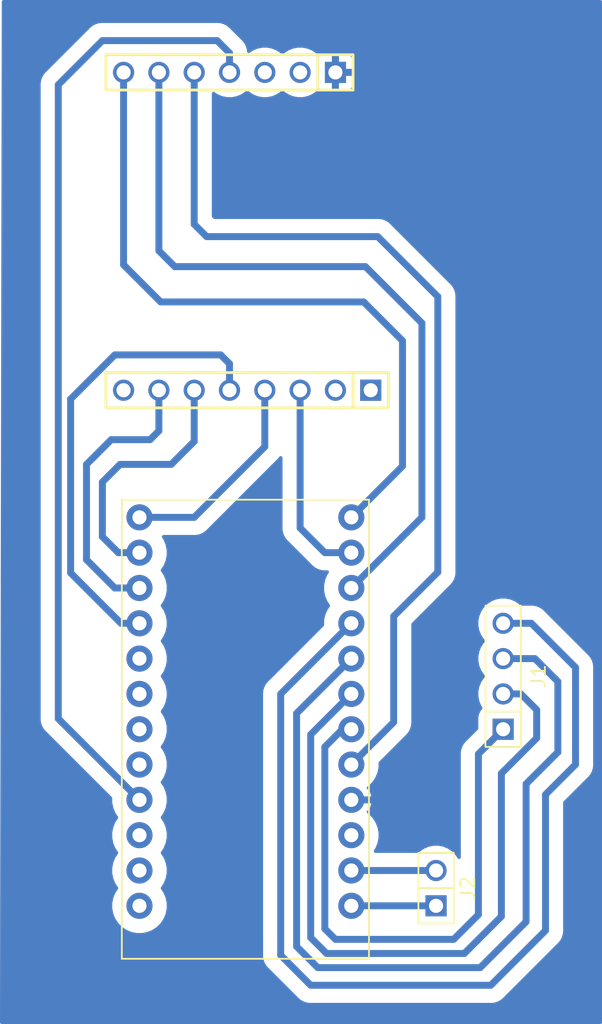
<source format=kicad_pcb>
(kicad_pcb (version 20171130) (host pcbnew "(5.1.9)-1")

  (general
    (thickness 1.6)
    (drawings 0)
    (tracks 103)
    (zones 0)
    (modules 5)
    (nets 33)
  )

  (page A4)
  (layers
    (0 F.Cu signal hide)
    (31 B.Cu signal)
    (32 B.Adhes user hide)
    (33 F.Adhes user hide)
    (34 B.Paste user hide)
    (35 F.Paste user hide)
    (36 B.SilkS user hide)
    (37 F.SilkS user)
    (38 B.Mask user hide)
    (39 F.Mask user hide)
    (40 Dwgs.User user hide)
    (41 Cmts.User user hide)
    (42 Eco1.User user hide)
    (43 Eco2.User user hide)
    (44 Edge.Cuts user hide)
    (45 Margin user hide)
    (46 B.CrtYd user hide)
    (47 F.CrtYd user)
    (48 B.Fab user hide)
    (49 F.Fab user hide)
  )

  (setup
    (last_trace_width 0.5)
    (user_trace_width 0.5)
    (trace_clearance 0.2)
    (zone_clearance 1.016)
    (zone_45_only no)
    (trace_min 0.2)
    (via_size 0.8)
    (via_drill 0.4)
    (via_min_size 0.4)
    (via_min_drill 0.3)
    (uvia_size 0.3)
    (uvia_drill 0.1)
    (uvias_allowed no)
    (uvia_min_size 0.2)
    (uvia_min_drill 0.1)
    (edge_width 0.05)
    (segment_width 0.2)
    (pcb_text_width 0.3)
    (pcb_text_size 1.5 1.5)
    (mod_edge_width 0.12)
    (mod_text_size 1 1)
    (mod_text_width 0.15)
    (pad_size 1.8796 1.8796)
    (pad_drill 1.016)
    (pad_to_mask_clearance 0)
    (aux_axis_origin 0 0)
    (visible_elements 7FFFFFFF)
    (pcbplotparams
      (layerselection 0x010fc_ffffffff)
      (usegerberextensions false)
      (usegerberattributes true)
      (usegerberadvancedattributes true)
      (creategerberjobfile true)
      (excludeedgelayer true)
      (linewidth 0.100000)
      (plotframeref false)
      (viasonmask false)
      (mode 1)
      (useauxorigin false)
      (hpglpennumber 1)
      (hpglpenspeed 20)
      (hpglpendiameter 15.000000)
      (psnegative false)
      (psa4output false)
      (plotreference true)
      (plotvalue true)
      (plotinvisibletext false)
      (padsonsilk false)
      (subtractmaskfromsilk false)
      (outputformat 1)
      (mirror false)
      (drillshape 1)
      (scaleselection 1)
      (outputdirectory ""))
  )

  (net 0 "")
  (net 1 "Net-(U1-PadJP7_10)")
  (net 2 /DIO0)
  (net 3 /DIO1)
  (net 4 /RST)
  (net 5 /DIO2)
  (net 6 /NSS)
  (net 7 /MOSI)
  (net 8 /MISO)
  (net 9 /SCK)
  (net 10 "Net-(U1-PadJP6_8)")
  (net 11 "Net-(U1-PadJP6_7)")
  (net 12 "Net-(U1-PadJP6_6)")
  (net 13 "Net-(U1-PadJP6_5)")
  (net 14 /3V3)
  (net 15 "Net-(U1-PadJP6_3)")
  (net 16 "Net-(U1-PadJP6_1)")
  (net 17 "Net-(U1-PadJP3_1)")
  (net 18 "Net-(U1-PadJP3_2)")
  (net 19 "Net-(U1-PadJP2_2)")
  (net 20 "Net-(U1-PadJP2_1)")
  (net 21 "Net-(U1-PadJP1_4)")
  (net 22 "Net-(U1-PadJP1_3)")
  (net 23 "Net-(U1-PadJP1_2)")
  (net 24 "Net-(U1-PadJP1_1)")
  (net 25 "Net-(J1-Pad4)")
  (net 26 "Net-(J1-Pad3)")
  (net 27 "Net-(J1-Pad2)")
  (net 28 "Net-(J1-Pad1)")
  (net 29 "Net-(J2-Pad2)")
  (net 30 "Net-(J2-Pad1)")
  (net 31 /GND)
  (net 32 "Net-(U1-PadJP1_5)")

  (net_class Default "This is the default net class."
    (clearance 0.2)
    (trace_width 0.25)
    (via_dia 0.8)
    (via_drill 0.4)
    (uvia_dia 0.3)
    (uvia_drill 0.1)
    (add_net /3V3)
    (add_net /DIO0)
    (add_net /DIO1)
    (add_net /DIO2)
    (add_net /GND)
    (add_net /MISO)
    (add_net /MOSI)
    (add_net /NSS)
    (add_net /RST)
    (add_net /SCK)
    (add_net "Net-(J1-Pad1)")
    (add_net "Net-(J1-Pad2)")
    (add_net "Net-(J1-Pad3)")
    (add_net "Net-(J1-Pad4)")
    (add_net "Net-(J2-Pad1)")
    (add_net "Net-(J2-Pad2)")
    (add_net "Net-(U1-PadJP1_1)")
    (add_net "Net-(U1-PadJP1_2)")
    (add_net "Net-(U1-PadJP1_3)")
    (add_net "Net-(U1-PadJP1_4)")
    (add_net "Net-(U1-PadJP1_5)")
    (add_net "Net-(U1-PadJP2_1)")
    (add_net "Net-(U1-PadJP2_2)")
    (add_net "Net-(U1-PadJP3_1)")
    (add_net "Net-(U1-PadJP3_2)")
    (add_net "Net-(U1-PadJP6_1)")
    (add_net "Net-(U1-PadJP6_3)")
    (add_net "Net-(U1-PadJP6_5)")
    (add_net "Net-(U1-PadJP6_6)")
    (add_net "Net-(U1-PadJP6_7)")
    (add_net "Net-(U1-PadJP6_8)")
    (add_net "Net-(U1-PadJP7_10)")
  )

  (module Header:HEADER_M_2.54MM_1R8P_ST_AU_PTH (layer F.Cu) (tedit 602521C4) (tstamp 60248205)
    (at 143.891 80.137 180)
    (tags Header)
    (path /6024B676)
    (fp_text reference P2 (at 0 2.286) (layer F.SilkS) hide
      (effects (font (size 1.016 1.016) (thickness 0.127)))
    )
    (fp_text value H2 (at 0 -2.159) (layer F.SilkS) hide
      (effects (font (size 1.016 1.016) (thickness 0.127)))
    )
    (fp_line (start -7.62 -1.27) (end -7.62 1.27) (layer F.SilkS) (width 0.2032))
    (fp_line (start -10.16 1.27) (end -10.16 -1.27) (layer F.SilkS) (width 0.2032))
    (fp_line (start -10.16 -1.27) (end -7.62 -1.27) (layer F.SilkS) (width 0.2032))
    (fp_line (start -10.16 1.27) (end -7.62 1.27) (layer F.SilkS) (width 0.2032))
    (fp_line (start -7.62 1.27) (end -5.08 1.27) (layer F.SilkS) (width 0.2032))
    (fp_line (start -7.62 -1.27) (end -5.08 -1.27) (layer F.SilkS) (width 0.2032))
    (fp_line (start 10.16 -1.27) (end 10.16 1.27) (layer F.SilkS) (width 0.2032))
    (fp_line (start -5.08 -1.27) (end -2.54 -1.27) (layer F.SilkS) (width 0.2032))
    (fp_line (start -5.08 1.27) (end -2.54 1.27) (layer F.SilkS) (width 0.2032))
    (fp_line (start -2.54 1.27) (end 0 1.27) (layer F.SilkS) (width 0.2032))
    (fp_line (start -2.54 -1.27) (end 0 -1.27) (layer F.SilkS) (width 0.2032))
    (fp_line (start 0 -1.27) (end 5.08 -1.27) (layer F.SilkS) (width 0.2032))
    (fp_line (start 0 1.27) (end 5.08 1.27) (layer F.SilkS) (width 0.2032))
    (fp_line (start 5.08 -1.27) (end 10.16 -1.27) (layer F.SilkS) (width 0.2032))
    (fp_line (start 5.08 1.27) (end 10.16 1.27) (layer F.SilkS) (width 0.2032))
    (pad 5 thru_hole circle (at 1.27 0 180) (size 1.524 1.524) (drill 1.016) (layers *.Cu *.Mask)
      (net 9 /SCK))
    (pad 8 thru_hole circle (at 8.89 0 180) (size 1.524 1.524) (drill 1.016) (layers *.Cu *.Mask))
    (pad 7 thru_hole circle (at 6.35 0 180) (size 1.524 1.524) (drill 1.016) (layers *.Cu *.Mask)
      (net 8 /MISO))
    (pad 1 thru_hole rect (at -8.89 0 180) (size 1.524 1.524) (drill 1.016) (layers *.Cu *.Mask))
    (pad 2 thru_hole circle (at -6.35 0 180) (size 1.524 1.524) (drill 1.016) (layers *.Cu *.Mask))
    (pad 3 thru_hole circle (at -3.81 0 180) (size 1.524 1.524) (drill 1.016) (layers *.Cu *.Mask)
      (net 4 /RST))
    (pad 4 thru_hole circle (at -1.27 0 180) (size 1.524 1.524) (drill 1.016) (layers *.Cu *.Mask)
      (net 6 /NSS))
    (pad 6 thru_hole circle (at 3.81 0 180) (size 1.524 1.524) (drill 1.016) (layers *.Cu *.Mask)
      (net 7 /MOSI))
    (model C:/Engineering/KiCAD_Libraries/3D/Headers/VRML/HEADER_M_2.54MM_1R8P_ST_AU_PTH.wrl
      (at (xyz 0 0 0))
      (scale (xyz 1 1 1))
      (rotate (xyz 0 0 0))
    )
  )

  (module Header:HEADER_M_2.54MM_1R7P_ST_AU_PTH (layer F.Cu) (tedit 60251F90) (tstamp 602481F2)
    (at 142.621 57.277 180)
    (tags Header)
    (path /60249194)
    (fp_text reference P1 (at 0 2.54) (layer F.SilkS) hide
      (effects (font (size 1.016 1.016) (thickness 0.127)))
    )
    (fp_text value H1 (at 0 -2.54) (layer F.SilkS) hide
      (effects (font (size 1.016 1.016) (thickness 0.127)))
    )
    (fp_line (start -1.27 -1.27) (end -8.89 -1.27) (layer F.SilkS) (width 0.2032))
    (fp_line (start 8.89 1.27) (end 8.89 -1.27) (layer F.SilkS) (width 0.2032))
    (fp_line (start -8.89 1.27) (end -1.27 1.27) (layer F.SilkS) (width 0.2032))
    (fp_line (start -8.89 -1.27) (end -8.89 1.27) (layer F.SilkS) (width 0.2032))
    (fp_line (start -6.35 -1.27) (end -6.35 1.27) (layer F.SilkS) (width 0.2032))
    (fp_line (start -1.27 -1.27) (end 3.81 -1.27) (layer F.SilkS) (width 0.2032))
    (fp_line (start -1.27 1.27) (end 3.81 1.27) (layer F.SilkS) (width 0.2032))
    (fp_line (start 3.81 -1.27) (end 8.89 -1.27) (layer F.SilkS) (width 0.2032))
    (fp_line (start 3.81 1.27) (end 8.89 1.27) (layer F.SilkS) (width 0.2032))
    (pad 1 thru_hole rect (at -7.62 0 180) (size 1.524 1.524) (drill 1.016) (layers *.Cu *.Mask)
      (net 31 /GND))
    (pad 2 thru_hole circle (at -5.08 0 180) (size 1.524 1.524) (drill 1.016) (layers *.Cu *.Mask))
    (pad 3 thru_hole circle (at -2.54 0 180) (size 1.524 1.524) (drill 1.016) (layers *.Cu *.Mask))
    (pad 5 thru_hole circle (at 2.54 0 180) (size 1.524 1.524) (drill 1.016) (layers *.Cu *.Mask)
      (net 2 /DIO0))
    (pad 4 thru_hole circle (at 0 0 180) (size 1.524 1.524) (drill 1.016) (layers *.Cu *.Mask)
      (net 14 /3V3))
    (pad 6 thru_hole circle (at 5.08 0 180) (size 1.524 1.524) (drill 1.016) (layers *.Cu *.Mask)
      (net 3 /DIO1))
    (pad 7 thru_hole circle (at 7.62 0 180) (size 1.524 1.524) (drill 1.016) (layers *.Cu *.Mask)
      (net 5 /DIO2))
    (model C:/Engineering/KiCAD_Libraries/3D/Headers/VRML/HEADER_M_2.54MM_1R7P_ST_AU_PTH.wrl
      (at (xyz 0 0 0))
      (scale (xyz 1 1 1))
      (rotate (xyz 0 0 0))
    )
  )

  (module ARDUINO_PRO_MINI:MODULE_ARDUINO_PRO_MINI (layer F.Cu) (tedit 602521D7) (tstamp 602544D7)
    (at 143.764 104.521 180)
    (path /60247FED)
    (fp_text reference U1 (at -5.825 -17.635) (layer F.SilkS) hide
      (effects (font (size 1 1) (thickness 0.015)))
    )
    (fp_text value ARDUINO_PRO_MINI (at 5.605 17.865) (layer F.Fab) hide
      (effects (font (size 1 1) (thickness 0.015)))
    )
    (fp_line (start -8.89 -16.51) (end -8.89 16.51) (layer F.SilkS) (width 0.127))
    (fp_line (start -8.89 16.51) (end 8.89 16.51) (layer F.SilkS) (width 0.127))
    (fp_line (start 8.89 16.51) (end 8.89 -16.51) (layer F.SilkS) (width 0.127))
    (fp_line (start 8.89 -16.51) (end -8.89 -16.51) (layer F.SilkS) (width 0.127))
    (fp_line (start -8.89 -16.51) (end -8.89 16.51) (layer F.Fab) (width 0.127))
    (fp_line (start -8.89 16.51) (end 8.89 16.51) (layer F.Fab) (width 0.127))
    (fp_line (start 8.89 16.51) (end 8.89 -16.51) (layer F.Fab) (width 0.127))
    (fp_line (start 8.89 -16.51) (end -8.89 -16.51) (layer F.Fab) (width 0.127))
    (fp_line (start -9.14 -16.76) (end 9.14 -16.76) (layer F.CrtYd) (width 0.05))
    (fp_line (start 9.14 -16.76) (end 9.14 16.76) (layer F.CrtYd) (width 0.05))
    (fp_line (start 9.14 16.76) (end -9.14 16.76) (layer F.CrtYd) (width 0.05))
    (fp_line (start -9.14 16.76) (end -9.14 -16.76) (layer F.CrtYd) (width 0.05))
    (pad JP1_1 connect circle (at 6.35 -15.24 180) (size 1.8796 1.8796) (layers F.Mask)
      (net 24 "Net-(U1-PadJP1_1)"))
    (pad JP1_2 connect circle (at 3.81 -15.24 180) (size 1.8796 1.8796) (layers F.Mask)
      (net 23 "Net-(U1-PadJP1_2)"))
    (pad JP1_3 connect circle (at 1.27 -15.24 180) (size 1.8796 1.8796) (layers F.Mask)
      (net 22 "Net-(U1-PadJP1_3)"))
    (pad JP1_4 connect circle (at -1.27 -15.24 180) (size 1.8796 1.8796) (layers F.Mask)
      (net 21 "Net-(U1-PadJP1_4)"))
    (pad JP1_5 connect circle (at -3.81 -15.24 180) (size 1.8796 1.8796) (layers F.Mask)
      (net 32 "Net-(U1-PadJP1_5)"))
    (pad JP1_6 connect circle (at -6.35 -15.24 180) (size 1.8796 1.8796) (layers F.Mask)
      (net 32 "Net-(U1-PadJP1_5)"))
    (pad JP2_1 connect circle (at 4.699 -1.397 180) (size 1.8796 1.8796) (layers F.Mask)
      (net 20 "Net-(U1-PadJP2_1)"))
    (pad JP2_2 connect circle (at 4.699 -3.937 180) (size 1.8796 1.8796) (layers F.Mask)
      (net 19 "Net-(U1-PadJP2_2)"))
    (pad JP3_2 connect circle (at 4.699 6.477 180) (size 1.8796 1.8796) (layers F.Mask)
      (net 18 "Net-(U1-PadJP3_2)"))
    (pad JP3_1 connect circle (at 4.699 9.017 180) (size 1.8796 1.8796) (layers F.Mask)
      (net 17 "Net-(U1-PadJP3_1)"))
    (pad JP6_1 thru_hole circle (at 7.62 -12.7 180) (size 1.8796 1.8796) (drill 1.016) (layers *.Cu *.Mask)
      (net 16 "Net-(U1-PadJP6_1)"))
    (pad JP6_2 thru_hole circle (at 7.62 -10.16 180) (size 1.8796 1.8796) (drill 1.016) (layers *.Cu *.Mask))
    (pad JP6_3 thru_hole circle (at 7.62 -7.62 180) (size 1.8796 1.8796) (drill 1.016) (layers *.Cu *.Mask)
      (net 15 "Net-(U1-PadJP6_3)"))
    (pad JP6_4 thru_hole circle (at 7.62 -5.08 180) (size 1.8796 1.8796) (drill 1.016) (layers *.Cu *.Mask)
      (net 14 /3V3))
    (pad JP6_5 thru_hole circle (at 7.62 -2.54 180) (size 1.8796 1.8796) (drill 1.016) (layers *.Cu *.Mask)
      (net 13 "Net-(U1-PadJP6_5)"))
    (pad JP6_6 thru_hole circle (at 7.62 0 180) (size 1.8796 1.8796) (drill 1.016) (layers *.Cu *.Mask)
      (net 12 "Net-(U1-PadJP6_6)"))
    (pad JP6_7 thru_hole circle (at 7.62 2.54 180) (size 1.8796 1.8796) (drill 1.016) (layers *.Cu *.Mask)
      (net 11 "Net-(U1-PadJP6_7)"))
    (pad JP6_8 thru_hole circle (at 7.62 5.08 180) (size 1.8796 1.8796) (drill 1.016) (layers *.Cu *.Mask)
      (net 10 "Net-(U1-PadJP6_8)"))
    (pad JP6_9 thru_hole circle (at 7.62 7.62 180) (size 1.8796 1.8796) (drill 1.016) (layers *.Cu *.Mask)
      (net 9 /SCK))
    (pad JP6_10 thru_hole circle (at 7.62 10.16 180) (size 1.8796 1.8796) (drill 1.016) (layers *.Cu *.Mask)
      (net 8 /MISO))
    (pad JP6_11 thru_hole circle (at 7.62 12.7 180) (size 1.8796 1.8796) (drill 1.016) (layers *.Cu *.Mask)
      (net 7 /MOSI))
    (pad JP6_12 thru_hole circle (at 7.62 15.24 180) (size 1.8796 1.8796) (drill 1.016) (layers *.Cu *.Mask)
      (net 6 /NSS))
    (pad JP7_1 thru_hole circle (at -7.62 15.24 180) (size 1.8796 1.8796) (drill 1.016) (layers *.Cu *.Mask)
      (net 5 /DIO2))
    (pad JP7_2 thru_hole circle (at -7.62 12.7 180) (size 1.8796 1.8796) (drill 1.016) (layers *.Cu *.Mask)
      (net 4 /RST))
    (pad JP7_3 thru_hole circle (at -7.62 10.16 180) (size 1.8796 1.8796) (drill 1.016) (layers *.Cu *.Mask)
      (net 3 /DIO1))
    (pad JP7_4 thru_hole circle (at -7.62 7.62 180) (size 1.8796 1.8796) (drill 1.016) (layers *.Cu *.Mask)
      (net 25 "Net-(J1-Pad4)"))
    (pad JP7_5 thru_hole circle (at -7.62 5.08 180) (size 1.8796 1.8796) (drill 1.016) (layers *.Cu *.Mask)
      (net 26 "Net-(J1-Pad3)"))
    (pad JP7_6 thru_hole circle (at -7.62 2.54 180) (size 1.8796 1.8796) (drill 1.016) (layers *.Cu *.Mask)
      (net 27 "Net-(J1-Pad2)"))
    (pad JP7_7 thru_hole circle (at -7.62 0 180) (size 1.8796 1.8796) (drill 1.016) (layers *.Cu *.Mask)
      (net 28 "Net-(J1-Pad1)"))
    (pad JP7_8 thru_hole circle (at -7.62 -2.54 180) (size 1.8796 1.8796) (drill 1.016) (layers *.Cu *.Mask)
      (net 2 /DIO0))
    (pad JP7_9 thru_hole circle (at -7.62 -5.08 180) (size 1.8796 1.8796) (drill 1.016) (layers *.Cu *.Mask)
      (net 31 /GND))
    (pad JP7_10 thru_hole circle (at -7.62 -7.62 180) (size 1.8796 1.8796) (drill 1.016) (layers *.Cu *.Mask)
      (net 1 "Net-(U1-PadJP7_10)"))
    (pad JP7_11 thru_hole circle (at -7.62 -10.16 180) (size 1.8796 1.8796) (drill 1.016) (layers *.Cu *.Mask)
      (net 29 "Net-(J2-Pad2)"))
    (pad JP7_12 thru_hole circle (at -7.62 -12.7 180) (size 1.8796 1.8796) (drill 1.016) (layers *.Cu *.Mask)
      (net 30 "Net-(J2-Pad1)"))
  )

  (module Header:HEADER_F_2.54MM_1R4P_ST_SN_PTH (layer F.Cu) (tedit 57CCAC95) (tstamp 60255F4C)
    (at 162.306 100.711 90)
    (tags Header)
    (path /60252358)
    (fp_text reference J1 (at 0 2.54 90) (layer F.SilkS)
      (effects (font (size 1.016 1.016) (thickness 0.127)))
    )
    (fp_text value H1 (at 0 -2.54 90) (layer F.Fab)
      (effects (font (size 1.016 1.016) (thickness 0.127)))
    )
    (fp_line (start -5.08 -1.27) (end 5.08 -1.27) (layer F.SilkS) (width 0.13))
    (fp_line (start -5.08 1.27) (end 5.08 1.27) (layer F.SilkS) (width 0.13))
    (fp_line (start 5.08 -1.27) (end 5.08 1.27) (layer F.SilkS) (width 0.127))
    (fp_line (start -2.54 1.27) (end -2.54 -1.27) (layer F.SilkS) (width 0.127))
    (fp_line (start -5.08 1.27) (end -5.08 -1.27) (layer F.SilkS) (width 0.127))
    (pad 4 thru_hole circle (at 3.81 0 90) (size 1.524 1.524) (drill 1.016) (layers *.Cu *.Mask)
      (net 25 "Net-(J1-Pad4)"))
    (pad 3 thru_hole circle (at 1.27 0 90) (size 1.524 1.524) (drill 1.016) (layers *.Cu *.Mask)
      (net 26 "Net-(J1-Pad3)"))
    (pad 2 thru_hole circle (at -1.27 0 90) (size 1.524 1.524) (drill 1.016) (layers *.Cu *.Mask)
      (net 27 "Net-(J1-Pad2)"))
    (pad 1 thru_hole rect (at -3.81 0 90) (size 1.524 1.524) (drill 1.016) (layers *.Cu *.Mask)
      (net 28 "Net-(J1-Pad1)"))
    (model C:/Engineering/KiCAD_Libraries/3D/Headers/VRML/HEADER_F_2.54MM_1R4P_ST_AU_PTH.wrl
      (at (xyz 0 0 0))
      (scale (xyz 1 1 1))
      (rotate (xyz 0 0 0))
    )
  )

  (module Header:HEADER_F_2.54MM_1R2P_ST_AU_PTH (layer F.Cu) (tedit 569A96B6) (tstamp 6025608B)
    (at 157.48 115.951 90)
    (tags Header)
    (path /602533F2)
    (fp_text reference J2 (at 0 2.286 90) (layer F.SilkS)
      (effects (font (size 1.016 1.016) (thickness 0.127)))
    )
    (fp_text value H2 (at 0 -2.159 90) (layer F.Fab) hide
      (effects (font (size 1.016 1.016) (thickness 0.127)))
    )
    (fp_line (start -2.54 -1.27) (end 2.54 -1.27) (layer F.SilkS) (width 0.127))
    (fp_line (start 2.54 -1.27) (end 2.54 1.27) (layer F.SilkS) (width 0.127))
    (fp_line (start 2.54 1.27) (end -2.54 1.27) (layer F.SilkS) (width 0.127))
    (fp_line (start 0 1.27) (end 0 -1.27) (layer F.SilkS) (width 0.127))
    (fp_line (start -2.54 1.27) (end -2.54 -1.27) (layer F.SilkS) (width 0.127))
    (pad 2 thru_hole circle (at 1.27 0 90) (size 1.524 1.524) (drill 1.016) (layers *.Cu *.Mask)
      (net 29 "Net-(J2-Pad2)"))
    (pad 1 thru_hole rect (at -1.27 0 90) (size 1.524 1.524) (drill 1.016) (layers *.Cu *.Mask)
      (net 30 "Net-(J2-Pad1)"))
    (model C:/Engineering/KiCAD_Libraries/3D/Headers/VRML/HEADER_F_2.54MM_1R2P_ST_SN_PTH.wrl
      (at (xyz 0 0 0))
      (scale (xyz 1 1 1))
      (rotate (xyz 0 0 0))
    )
  )

  (segment (start 154.432 104.013) (end 151.384 107.061) (width 0.5) (layer B.Cu) (net 2))
  (segment (start 154.432 96.393) (end 154.432 104.013) (width 0.5) (layer B.Cu) (net 2))
  (segment (start 157.607 73.406) (end 157.607 93.218) (width 0.5) (layer B.Cu) (net 2))
  (segment (start 153.289 69.088) (end 157.607 73.406) (width 0.5) (layer B.Cu) (net 2))
  (segment (start 140.97 69.088) (end 153.289 69.088) (width 0.5) (layer B.Cu) (net 2))
  (segment (start 157.607 93.218) (end 154.432 96.393) (width 0.5) (layer B.Cu) (net 2))
  (segment (start 140.081 68.199) (end 140.97 69.088) (width 0.5) (layer B.Cu) (net 2))
  (segment (start 140.081 57.277) (end 140.081 68.199) (width 0.5) (layer B.Cu) (net 2))
  (segment (start 155.829 89.916) (end 151.384 94.361) (width 0.5) (layer B.Cu) (net 3))
  (segment (start 156.464 75.311) (end 156.464 89.281) (width 0.5) (layer B.Cu) (net 3))
  (segment (start 152.4 71.247) (end 156.464 75.311) (width 0.5) (layer B.Cu) (net 3))
  (segment (start 138.684 71.247) (end 152.4 71.247) (width 0.5) (layer B.Cu) (net 3))
  (segment (start 156.464 89.281) (end 155.829 89.916) (width 0.5) (layer B.Cu) (net 3))
  (segment (start 137.541 70.104) (end 138.684 71.247) (width 0.5) (layer B.Cu) (net 3))
  (segment (start 137.541 57.277) (end 137.541 70.104) (width 0.5) (layer B.Cu) (net 3))
  (segment (start 147.701 80.137) (end 147.701 90.043) (width 0.5) (layer B.Cu) (net 4))
  (segment (start 149.479 91.821) (end 151.384 91.821) (width 0.5) (layer B.Cu) (net 4))
  (segment (start 147.701 90.043) (end 149.479 91.821) (width 0.5) (layer B.Cu) (net 4))
  (segment (start 135.001 57.277) (end 135.001 71.12) (width 0.5) (layer B.Cu) (net 5))
  (segment (start 135.001 71.12) (end 137.668 73.787) (width 0.5) (layer B.Cu) (net 5))
  (segment (start 137.668 73.787) (end 152.273 73.787) (width 0.5) (layer B.Cu) (net 5))
  (segment (start 152.273 73.787) (end 155.067 76.581) (width 0.5) (layer B.Cu) (net 5))
  (segment (start 155.067 85.598) (end 151.384 89.281) (width 0.5) (layer B.Cu) (net 5))
  (segment (start 155.067 76.581) (end 155.067 85.598) (width 0.5) (layer B.Cu) (net 5))
  (segment (start 136.144 89.281) (end 140.081 89.281) (width 0.5) (layer B.Cu) (net 6))
  (segment (start 145.161 84.201) (end 145.161 80.137) (width 0.5) (layer B.Cu) (net 6))
  (segment (start 140.081 89.281) (end 145.161 84.201) (width 0.5) (layer B.Cu) (net 6))
  (segment (start 134.62 91.821) (end 136.144 91.821) (width 0.5) (layer B.Cu) (net 7))
  (segment (start 133.477 86.741) (end 133.477 90.678) (width 0.5) (layer B.Cu) (net 7))
  (segment (start 133.477 90.678) (end 134.62 91.821) (width 0.5) (layer B.Cu) (net 7))
  (segment (start 134.747 85.471) (end 133.477 86.741) (width 0.5) (layer B.Cu) (net 7))
  (segment (start 140.081 83.82) (end 138.43 85.471) (width 0.5) (layer B.Cu) (net 7))
  (segment (start 138.43 85.471) (end 134.747 85.471) (width 0.5) (layer B.Cu) (net 7))
  (segment (start 140.081 80.137) (end 140.081 83.82) (width 0.5) (layer B.Cu) (net 7))
  (segment (start 136.144 94.361) (end 134.366 94.361) (width 0.5) (layer B.Cu) (net 8))
  (segment (start 134.366 94.361) (end 132.334 92.329) (width 0.5) (layer B.Cu) (net 8))
  (segment (start 132.334 92.329) (end 132.334 85.471) (width 0.5) (layer B.Cu) (net 8))
  (segment (start 132.334 85.471) (end 134.112 83.693) (width 0.5) (layer B.Cu) (net 8))
  (segment (start 134.112 83.693) (end 136.906 83.693) (width 0.5) (layer B.Cu) (net 8))
  (segment (start 137.541 83.058) (end 137.541 80.137) (width 0.5) (layer B.Cu) (net 8))
  (segment (start 136.906 83.693) (end 137.541 83.058) (width 0.5) (layer B.Cu) (net 8))
  (segment (start 134.814923 96.901) (end 136.144 96.901) (width 0.5) (layer B.Cu) (net 9))
  (segment (start 131.191 93.277077) (end 134.814923 96.901) (width 0.5) (layer B.Cu) (net 9))
  (segment (start 131.191 80.772) (end 131.191 93.277077) (width 0.5) (layer B.Cu) (net 9))
  (segment (start 134.366 77.597) (end 131.191 80.772) (width 0.5) (layer B.Cu) (net 9))
  (segment (start 141.986 77.597) (end 134.366 77.597) (width 0.5) (layer B.Cu) (net 9))
  (segment (start 142.621 78.232) (end 141.986 77.597) (width 0.5) (layer B.Cu) (net 9))
  (segment (start 142.621 80.137) (end 142.621 78.232) (width 0.5) (layer B.Cu) (net 9))
  (segment (start 142.621 57.277) (end 142.621 55.88) (width 0.5) (layer B.Cu) (net 14))
  (segment (start 142.621 55.88) (end 141.732 54.991) (width 0.5) (layer B.Cu) (net 14))
  (segment (start 141.732 54.991) (end 133.477 54.991) (width 0.5) (layer B.Cu) (net 14))
  (segment (start 133.477 54.991) (end 130.302 58.166) (width 0.5) (layer B.Cu) (net 14))
  (segment (start 130.302 103.759) (end 136.144 109.601) (width 0.5) (layer B.Cu) (net 14))
  (segment (start 130.302 58.166) (end 130.302 103.759) (width 0.5) (layer B.Cu) (net 14))
  (segment (start 164.338 96.901) (end 162.306 96.901) (width 0.5) (layer B.Cu) (net 25))
  (segment (start 167.513 100.076) (end 164.338 96.901) (width 0.5) (layer B.Cu) (net 25))
  (segment (start 165.354 109.22) (end 167.513 107.061) (width 0.5) (layer B.Cu) (net 25))
  (segment (start 161.417 122.936) (end 165.354 118.999) (width 0.5) (layer B.Cu) (net 25))
  (segment (start 146.304 120.777) (end 148.463 122.936) (width 0.5) (layer B.Cu) (net 25))
  (segment (start 146.304 101.981) (end 146.304 120.777) (width 0.5) (layer B.Cu) (net 25))
  (segment (start 148.463 122.936) (end 161.417 122.936) (width 0.5) (layer B.Cu) (net 25))
  (segment (start 151.384 96.901) (end 146.304 101.981) (width 0.5) (layer B.Cu) (net 25))
  (segment (start 167.513 107.061) (end 167.513 100.076) (width 0.5) (layer B.Cu) (net 25))
  (segment (start 165.354 118.999) (end 165.354 109.22) (width 0.5) (layer B.Cu) (net 25))
  (segment (start 166.243 106.172) (end 166.243 101.092) (width 0.5) (layer B.Cu) (net 26))
  (segment (start 151.384 99.441) (end 147.447 103.378) (width 0.5) (layer B.Cu) (net 26))
  (segment (start 164.592 99.441) (end 162.306 99.441) (width 0.5) (layer B.Cu) (net 26))
  (segment (start 160.655 121.666) (end 163.957 118.364) (width 0.5) (layer B.Cu) (net 26))
  (segment (start 163.957 118.364) (end 163.957 108.458) (width 0.5) (layer B.Cu) (net 26))
  (segment (start 147.447 103.378) (end 147.447 120.142) (width 0.5) (layer B.Cu) (net 26))
  (segment (start 148.971 121.666) (end 160.655 121.666) (width 0.5) (layer B.Cu) (net 26))
  (segment (start 166.243 101.092) (end 164.592 99.441) (width 0.5) (layer B.Cu) (net 26))
  (segment (start 147.447 120.142) (end 148.971 121.666) (width 0.5) (layer B.Cu) (net 26))
  (segment (start 163.957 108.458) (end 166.243 106.172) (width 0.5) (layer B.Cu) (net 26))
  (segment (start 164.719 105.156) (end 164.719 103.124) (width 0.5) (layer B.Cu) (net 27))
  (segment (start 148.463 119.507) (end 149.606 120.65) (width 0.5) (layer B.Cu) (net 27))
  (segment (start 159.512 120.65) (end 162.179 117.983) (width 0.5) (layer B.Cu) (net 27))
  (segment (start 162.179 107.696) (end 164.719 105.156) (width 0.5) (layer B.Cu) (net 27))
  (segment (start 162.179 117.983) (end 162.179 107.696) (width 0.5) (layer B.Cu) (net 27))
  (segment (start 149.606 120.65) (end 159.512 120.65) (width 0.5) (layer B.Cu) (net 27))
  (segment (start 164.719 103.124) (end 163.576 101.981) (width 0.5) (layer B.Cu) (net 27))
  (segment (start 148.463 104.902) (end 148.463 119.507) (width 0.5) (layer B.Cu) (net 27))
  (segment (start 151.384 101.981) (end 148.463 104.902) (width 0.5) (layer B.Cu) (net 27))
  (segment (start 163.576 101.981) (end 162.306 101.981) (width 0.5) (layer B.Cu) (net 27))
  (segment (start 150.241 119.634) (end 158.75 119.634) (width 0.5) (layer B.Cu) (net 28))
  (segment (start 158.75 119.634) (end 160.528 117.856) (width 0.5) (layer B.Cu) (net 28))
  (segment (start 160.528 106.299) (end 162.306 104.521) (width 0.5) (layer B.Cu) (net 28))
  (segment (start 151.384 104.521) (end 150.749 104.521) (width 0.5) (layer B.Cu) (net 28))
  (segment (start 149.479 118.872) (end 150.241 119.634) (width 0.5) (layer B.Cu) (net 28))
  (segment (start 160.528 117.856) (end 160.528 106.299) (width 0.5) (layer B.Cu) (net 28))
  (segment (start 150.749 104.521) (end 149.479 105.791) (width 0.5) (layer B.Cu) (net 28))
  (segment (start 149.479 105.791) (end 149.479 118.872) (width 0.5) (layer B.Cu) (net 28))
  (segment (start 151.384 114.681) (end 157.48 114.681) (width 0.5) (layer B.Cu) (net 29))
  (segment (start 151.384 117.221) (end 157.48 117.221) (width 0.5) (layer B.Cu) (net 30))
  (segment (start 150.241 57.277) (end 150.241 65.024) (width 0.5) (layer B.Cu) (net 31))
  (segment (start 150.241 65.024) (end 150.622 65.405) (width 0.5) (layer B.Cu) (net 31))
  (segment (start 150.622 65.405) (end 155.321 65.405) (width 0.5) (layer B.Cu) (net 31))
  (segment (start 155.321 65.405) (end 159.512 69.596) (width 0.5) (layer B.Cu) (net 31))
  (segment (start 159.512 69.596) (end 159.512 95.631) (width 0.5) (layer B.Cu) (net 31))
  (segment (start 159.512 95.631) (end 156.718 98.425) (width 0.5) (layer B.Cu) (net 31))
  (segment (start 153.162 109.601) (end 151.384 109.601) (width 0.5) (layer B.Cu) (net 31))
  (segment (start 156.718 106.045) (end 153.162 109.601) (width 0.5) (layer B.Cu) (net 31))
  (segment (start 156.718 98.425) (end 156.718 106.045) (width 0.5) (layer B.Cu) (net 31))

  (zone (net 31) (net_name /GND) (layer B.Cu) (tstamp 60252579) (hatch edge 0.508)
    (connect_pads (clearance 1.016))
    (min_thickness 0.254)
    (fill yes (arc_segments 32) (thermal_gap 0.508) (thermal_bridge_width 0.508))
    (polygon
      (pts
        (xy 169.418 125.73) (xy 126.111 125.73) (xy 126.238 52.07) (xy 169.418 52.07)
      )
    )
    (filled_polygon
      (pts
        (xy 169.291 125.603) (xy 126.238219 125.603) (xy 126.354489 58.166) (xy 128.90226 58.166) (xy 128.909 58.234431)
        (xy 128.909001 103.690559) (xy 128.90226 103.759) (xy 128.929156 104.032075) (xy 129.00881 104.294657) (xy 129.138159 104.536653)
        (xy 129.148011 104.548658) (xy 129.312235 104.748766) (xy 129.365395 104.792393) (xy 134.0612 109.4882) (xy 134.0612 109.806138)
        (xy 134.141241 110.20853) (xy 134.298246 110.587576) (xy 134.487624 110.871) (xy 134.298246 111.154424) (xy 134.141241 111.53347)
        (xy 134.0612 111.935862) (xy 134.0612 112.346138) (xy 134.141241 112.74853) (xy 134.298246 113.127576) (xy 134.487624 113.411)
        (xy 134.298246 113.694424) (xy 134.141241 114.07347) (xy 134.0612 114.475862) (xy 134.0612 114.886138) (xy 134.141241 115.28853)
        (xy 134.298246 115.667576) (xy 134.487624 115.951) (xy 134.298246 116.234424) (xy 134.141241 116.61347) (xy 134.0612 117.015862)
        (xy 134.0612 117.426138) (xy 134.141241 117.82853) (xy 134.298246 118.207576) (xy 134.526183 118.548708) (xy 134.816292 118.838817)
        (xy 135.157424 119.066754) (xy 135.53647 119.223759) (xy 135.938862 119.3038) (xy 136.349138 119.3038) (xy 136.75153 119.223759)
        (xy 137.130576 119.066754) (xy 137.471708 118.838817) (xy 137.761817 118.548708) (xy 137.989754 118.207576) (xy 138.146759 117.82853)
        (xy 138.2268 117.426138) (xy 138.2268 117.015862) (xy 138.146759 116.61347) (xy 137.989754 116.234424) (xy 137.800376 115.951)
        (xy 137.989754 115.667576) (xy 138.146759 115.28853) (xy 138.2268 114.886138) (xy 138.2268 114.475862) (xy 138.146759 114.07347)
        (xy 137.989754 113.694424) (xy 137.800376 113.411) (xy 137.989754 113.127576) (xy 138.146759 112.74853) (xy 138.2268 112.346138)
        (xy 138.2268 111.935862) (xy 138.146759 111.53347) (xy 137.989754 111.154424) (xy 137.800376 110.871) (xy 137.989754 110.587576)
        (xy 138.146759 110.20853) (xy 138.2268 109.806138) (xy 138.2268 109.395862) (xy 138.146759 108.99347) (xy 137.989754 108.614424)
        (xy 137.800376 108.331) (xy 137.989754 108.047576) (xy 138.146759 107.66853) (xy 138.2268 107.266138) (xy 138.2268 106.855862)
        (xy 138.146759 106.45347) (xy 137.989754 106.074424) (xy 137.800376 105.791) (xy 137.989754 105.507576) (xy 138.146759 105.12853)
        (xy 138.2268 104.726138) (xy 138.2268 104.315862) (xy 138.146759 103.91347) (xy 137.989754 103.534424) (xy 137.800376 103.251)
        (xy 137.989754 102.967576) (xy 138.146759 102.58853) (xy 138.2268 102.186138) (xy 138.2268 101.775862) (xy 138.146759 101.37347)
        (xy 137.989754 100.994424) (xy 137.800376 100.711) (xy 137.989754 100.427576) (xy 138.146759 100.04853) (xy 138.2268 99.646138)
        (xy 138.2268 99.235862) (xy 138.146759 98.83347) (xy 137.989754 98.454424) (xy 137.800376 98.171) (xy 137.989754 97.887576)
        (xy 138.146759 97.50853) (xy 138.2268 97.106138) (xy 138.2268 96.695862) (xy 138.146759 96.29347) (xy 137.989754 95.914424)
        (xy 137.800376 95.631) (xy 137.989754 95.347576) (xy 138.146759 94.96853) (xy 138.2268 94.566138) (xy 138.2268 94.155862)
        (xy 138.146759 93.75347) (xy 137.989754 93.374424) (xy 137.800376 93.091) (xy 137.989754 92.807576) (xy 138.146759 92.42853)
        (xy 138.2268 92.026138) (xy 138.2268 91.615862) (xy 138.146759 91.21347) (xy 137.989754 90.834424) (xy 137.882562 90.674)
        (xy 140.012569 90.674) (xy 140.081 90.68074) (xy 140.149431 90.674) (xy 140.354076 90.653844) (xy 140.616657 90.574191)
        (xy 140.858654 90.444841) (xy 141.070766 90.270766) (xy 141.114398 90.2176) (xy 146.09761 85.234389) (xy 146.150765 85.190766)
        (xy 146.308 84.999174) (xy 146.308001 89.974559) (xy 146.30126 90.043) (xy 146.328156 90.316075) (xy 146.40781 90.578657)
        (xy 146.469277 90.693653) (xy 146.53716 90.820654) (xy 146.711235 91.032766) (xy 146.764395 91.076393) (xy 148.445606 92.757605)
        (xy 148.489234 92.810766) (xy 148.652708 92.944925) (xy 148.701346 92.984841) (xy 148.943342 93.114191) (xy 149.205924 93.193844)
        (xy 149.479 93.22074) (xy 149.547431 93.214) (xy 149.645438 93.214) (xy 149.538246 93.374424) (xy 149.381241 93.75347)
        (xy 149.3012 94.155862) (xy 149.3012 94.566138) (xy 149.381241 94.96853) (xy 149.538246 95.347576) (xy 149.727624 95.631)
        (xy 149.538246 95.914424) (xy 149.381241 96.29347) (xy 149.3012 96.695862) (xy 149.3012 97.013801) (xy 145.367396 100.947606)
        (xy 145.314234 100.991235) (xy 145.140159 101.203347) (xy 145.010809 101.445344) (xy 144.98701 101.5238) (xy 144.931156 101.707925)
        (xy 144.90426 101.981) (xy 144.911 102.049431) (xy 144.911001 120.708559) (xy 144.90426 120.777) (xy 144.931156 121.050075)
        (xy 145.01081 121.312657) (xy 145.133931 121.543) (xy 145.14016 121.554654) (xy 145.314235 121.766766) (xy 145.367395 121.810393)
        (xy 147.429606 123.872605) (xy 147.473234 123.925766) (xy 147.685346 124.099841) (xy 147.927343 124.229191) (xy 148.189924 124.308844)
        (xy 148.462999 124.33574) (xy 148.53143 124.329) (xy 161.348569 124.329) (xy 161.417 124.33574) (xy 161.485431 124.329)
        (xy 161.690076 124.308844) (xy 161.952657 124.229191) (xy 162.194654 124.099841) (xy 162.406766 123.925766) (xy 162.450398 123.8726)
        (xy 166.29061 120.032389) (xy 166.343765 119.988766) (xy 166.517841 119.776654) (xy 166.647191 119.534657) (xy 166.726844 119.272076)
        (xy 166.743955 119.098343) (xy 166.75374 118.999) (xy 166.747 118.930569) (xy 166.747 109.796998) (xy 168.449612 108.094387)
        (xy 168.502765 108.050766) (xy 168.676841 107.838654) (xy 168.806191 107.596657) (xy 168.885844 107.334076) (xy 168.906 107.129431)
        (xy 168.906 107.12943) (xy 168.91274 107.061001) (xy 168.906 106.99257) (xy 168.906 100.14443) (xy 168.91274 100.075999)
        (xy 168.885844 99.802924) (xy 168.852274 99.69226) (xy 168.806191 99.540343) (xy 168.676841 99.298346) (xy 168.502766 99.086234)
        (xy 168.449605 99.042606) (xy 165.371398 95.9644) (xy 165.327766 95.911234) (xy 165.115654 95.737159) (xy 164.873657 95.607809)
        (xy 164.611076 95.528156) (xy 164.406431 95.508) (xy 164.338 95.50126) (xy 164.269569 95.508) (xy 163.607076 95.508)
        (xy 163.520366 95.42129) (xy 163.208356 95.212811) (xy 162.861668 95.069209) (xy 162.493626 94.996) (xy 162.118374 94.996)
        (xy 161.750332 95.069209) (xy 161.403644 95.212811) (xy 161.091634 95.42129) (xy 160.82629 95.686634) (xy 160.617811 95.998644)
        (xy 160.474209 96.345332) (xy 160.401 96.713374) (xy 160.401 97.088626) (xy 160.474209 97.456668) (xy 160.617811 97.803356)
        (xy 160.82629 98.115366) (xy 160.881924 98.171) (xy 160.82629 98.226634) (xy 160.617811 98.538644) (xy 160.474209 98.885332)
        (xy 160.401 99.253374) (xy 160.401 99.628626) (xy 160.474209 99.996668) (xy 160.617811 100.343356) (xy 160.82629 100.655366)
        (xy 160.881924 100.711) (xy 160.82629 100.766634) (xy 160.617811 101.078644) (xy 160.474209 101.425332) (xy 160.401 101.793374)
        (xy 160.401 102.168626) (xy 160.474209 102.536668) (xy 160.617811 102.883356) (xy 160.692389 102.99497) (xy 160.589032 103.120911)
        (xy 160.482897 103.319477) (xy 160.417539 103.534933) (xy 160.39547 103.759) (xy 160.39547 104.461532) (xy 159.591395 105.265607)
        (xy 159.538235 105.309234) (xy 159.416465 105.457612) (xy 159.364159 105.521347) (xy 159.23481 105.763343) (xy 159.155156 106.025925)
        (xy 159.12826 106.299) (xy 159.135001 106.367441) (xy 159.135 113.728974) (xy 158.95971 113.466634) (xy 158.694366 113.20129)
        (xy 158.382356 112.992811) (xy 158.035668 112.849209) (xy 157.667626 112.776) (xy 157.292374 112.776) (xy 156.924332 112.849209)
        (xy 156.577644 112.992811) (xy 156.265634 113.20129) (xy 156.178924 113.288) (xy 153.122562 113.288) (xy 153.229754 113.127576)
        (xy 153.386759 112.74853) (xy 153.4668 112.346138) (xy 153.4668 111.935862) (xy 153.386759 111.53347) (xy 153.229754 111.154424)
        (xy 153.001817 110.813292) (xy 152.711708 110.523183) (xy 152.622754 110.463746) (xy 152.734723 110.425377) (xy 152.869597 110.146024)
        (xy 152.947381 109.845725) (xy 152.965084 109.536023) (xy 152.922027 109.228816) (xy 152.819865 108.935914) (xy 152.734723 108.776623)
        (xy 152.622754 108.738254) (xy 152.711708 108.678817) (xy 153.001817 108.388708) (xy 153.229754 108.047576) (xy 153.386759 107.66853)
        (xy 153.4668 107.266138) (xy 153.4668 106.948198) (xy 155.368605 105.046394) (xy 155.421766 105.002766) (xy 155.595841 104.790654)
        (xy 155.725191 104.548657) (xy 155.804844 104.286076) (xy 155.825 104.081431) (xy 155.83174 104.013) (xy 155.825 103.944569)
        (xy 155.825 96.969998) (xy 158.543605 94.251394) (xy 158.596766 94.207766) (xy 158.770841 93.995654) (xy 158.900191 93.753657)
        (xy 158.979844 93.491076) (xy 159 93.286431) (xy 159.00674 93.218001) (xy 159 93.14957) (xy 159 73.47443)
        (xy 159.00674 73.405999) (xy 158.979844 73.132924) (xy 158.900191 72.870344) (xy 158.900191 72.870343) (xy 158.770841 72.628346)
        (xy 158.596765 72.416234) (xy 158.54361 72.372611) (xy 154.322398 68.1514) (xy 154.278766 68.098234) (xy 154.066654 67.924159)
        (xy 153.824657 67.794809) (xy 153.562076 67.715156) (xy 153.357431 67.695) (xy 153.289 67.68826) (xy 153.220569 67.695)
        (xy 141.546998 67.695) (xy 141.474 67.622002) (xy 141.474 58.801723) (xy 141.718644 58.965189) (xy 142.065332 59.108791)
        (xy 142.433374 59.182) (xy 142.808626 59.182) (xy 143.176668 59.108791) (xy 143.523356 58.965189) (xy 143.835366 58.75671)
        (xy 143.891 58.701076) (xy 143.946634 58.75671) (xy 144.258644 58.965189) (xy 144.605332 59.108791) (xy 144.973374 59.182)
        (xy 145.348626 59.182) (xy 145.716668 59.108791) (xy 146.063356 58.965189) (xy 146.375366 58.75671) (xy 146.431 58.701076)
        (xy 146.486634 58.75671) (xy 146.798644 58.965189) (xy 147.145332 59.108791) (xy 147.513374 59.182) (xy 147.888626 59.182)
        (xy 148.256668 59.108791) (xy 148.603356 58.965189) (xy 148.915366 58.75671) (xy 149.112441 58.559635) (xy 149.124506 58.569537)
        (xy 149.23482 58.628502) (xy 149.354518 58.664812) (xy 149.479 58.677072) (xy 149.95525 58.674) (xy 150.114 58.51525)
        (xy 150.114 57.404) (xy 150.368 57.404) (xy 150.368 58.51525) (xy 150.52675 58.674) (xy 151.003 58.677072)
        (xy 151.127482 58.664812) (xy 151.24718 58.628502) (xy 151.357494 58.569537) (xy 151.454185 58.490185) (xy 151.533537 58.393494)
        (xy 151.592502 58.28318) (xy 151.628812 58.163482) (xy 151.641072 58.039) (xy 151.638 57.56275) (xy 151.47925 57.404)
        (xy 150.368 57.404) (xy 150.114 57.404) (xy 150.094 57.404) (xy 150.094 57.15) (xy 150.114 57.15)
        (xy 150.114 56.03875) (xy 150.368 56.03875) (xy 150.368 57.15) (xy 151.47925 57.15) (xy 151.638 56.99125)
        (xy 151.641072 56.515) (xy 151.628812 56.390518) (xy 151.592502 56.27082) (xy 151.533537 56.160506) (xy 151.454185 56.063815)
        (xy 151.357494 55.984463) (xy 151.24718 55.925498) (xy 151.127482 55.889188) (xy 151.003 55.876928) (xy 150.52675 55.88)
        (xy 150.368 56.03875) (xy 150.114 56.03875) (xy 149.95525 55.88) (xy 149.479 55.876928) (xy 149.354518 55.889188)
        (xy 149.23482 55.925498) (xy 149.124506 55.984463) (xy 149.112441 55.994365) (xy 148.915366 55.79729) (xy 148.603356 55.588811)
        (xy 148.256668 55.445209) (xy 147.888626 55.372) (xy 147.513374 55.372) (xy 147.145332 55.445209) (xy 146.798644 55.588811)
        (xy 146.486634 55.79729) (xy 146.431 55.852924) (xy 146.375366 55.79729) (xy 146.063356 55.588811) (xy 145.716668 55.445209)
        (xy 145.348626 55.372) (xy 144.973374 55.372) (xy 144.605332 55.445209) (xy 144.258644 55.588811) (xy 144.008521 55.755938)
        (xy 143.993844 55.606924) (xy 143.988349 55.588811) (xy 143.914191 55.344343) (xy 143.784841 55.102346) (xy 143.610766 54.890234)
        (xy 143.5576 54.846602) (xy 142.765398 54.0544) (xy 142.721766 54.001234) (xy 142.509654 53.827159) (xy 142.267657 53.697809)
        (xy 142.005076 53.618156) (xy 141.800431 53.598) (xy 141.732 53.59126) (xy 141.663569 53.598) (xy 133.54543 53.598)
        (xy 133.476999 53.59126) (xy 133.203924 53.618156) (xy 132.941343 53.697809) (xy 132.699346 53.827159) (xy 132.487234 54.001234)
        (xy 132.443606 54.054395) (xy 129.365396 57.132606) (xy 129.312234 57.176235) (xy 129.138159 57.388347) (xy 129.008809 57.630344)
        (xy 128.953505 57.812657) (xy 128.929156 57.892925) (xy 128.90226 58.166) (xy 126.354489 58.166) (xy 126.364781 52.197)
        (xy 169.291 52.197)
      )
    )
    (filled_polygon
      (pts
        (xy 151.577748 109.586858) (xy 151.563605 109.601) (xy 151.577748 109.615143) (xy 151.398143 109.794748) (xy 151.384 109.780605)
        (xy 151.369858 109.794748) (xy 151.190253 109.615143) (xy 151.204395 109.601) (xy 151.190253 109.586858) (xy 151.369858 109.407253)
        (xy 151.384 109.421395) (xy 151.398143 109.407253)
      )
    )
  )
)

</source>
